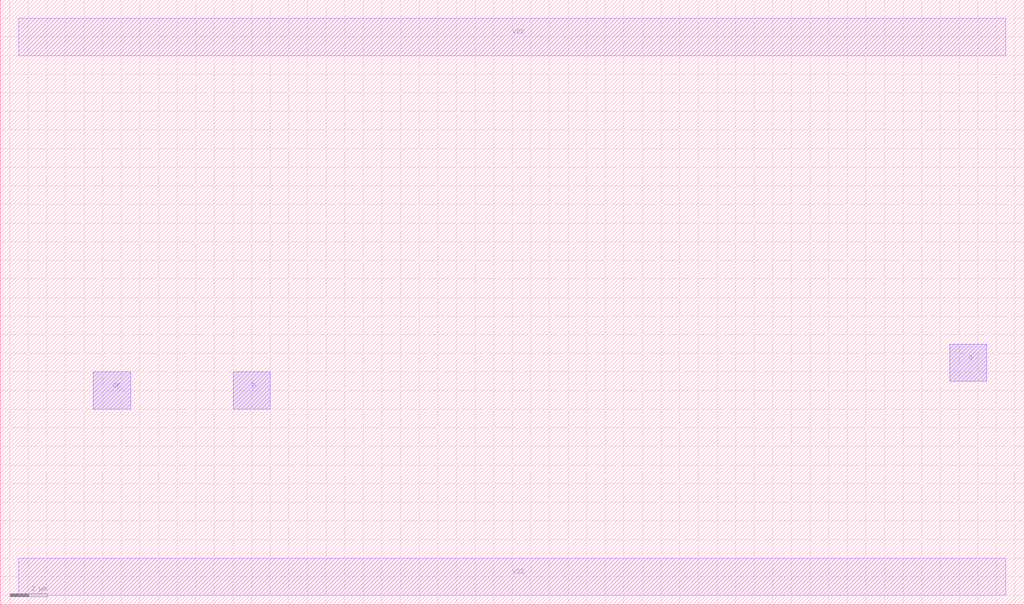
<source format=lef>
# C:/Users/akita/Documents/dff1.lef
# Created by Glade release version 4.7.35 compiled on May 19 2020 19:14:35
# Run by akita on host LAPTOP-E0CJ65QR at Wed Jun  3 17:33:38 2020

VERSION 5.6 ;
NAMESCASESENSITIVE ON ;
BUSBITCHARS "[]" ;
DIVIDERCHAR "/"  ;
UNITS
    DATABASE MICRONS 1000 ;
END UNITS

MACRO dff1
    CLASS core ;
    FOREIGN dff1 -1.500 -1.500 ;
    ORIGIN 1.500 1.500 ;
    SIZE 55.000 BY 32.500 ;
    PIN CK
        DIRECTION INPUT ;
        USE SIGNAL ;
        PORT
        LAYER ML2 ;
        RECT 3.500 9.000 5.500 11.000 ;
        LAYER ML1 ;
        RECT 3.500 9.000 5.500 11.000 ;
        END
    END CK
    PIN Q
        DIRECTION INPUT ;
        USE SIGNAL ;
        PORT
        LAYER ML2 ;
        RECT 49.500 10.500 51.500 12.500 ;
        LAYER ML1 ;
        RECT 49.500 10.500 51.500 12.500 ;
        END
    END Q
    PIN VDD
        DIRECTION INOUT ;
        USE POWER ;
        PORT
        LAYER ML1 ;
        RECT -0.500 28.000 52.500 30.000 ;
        END
    END VDD
    PIN D
        DIRECTION INPUT ;
        USE POWER ;
        PORT
        LAYER ML2 ;
        RECT 11.000 9.000 13.000 11.000 ;
        LAYER ML1 ;
        RECT 11.000 9.000 13.000 11.000 ;
        END
    END D
    PIN VSS
        DIRECTION INOUT ;
        USE GROUND ;
        PORT
        LAYER ML1 ;
        RECT -0.500 -1.000 52.500 1.000 ;
        END
    END VSS
    OBS
    END
END dff1

END LIBRARY

</source>
